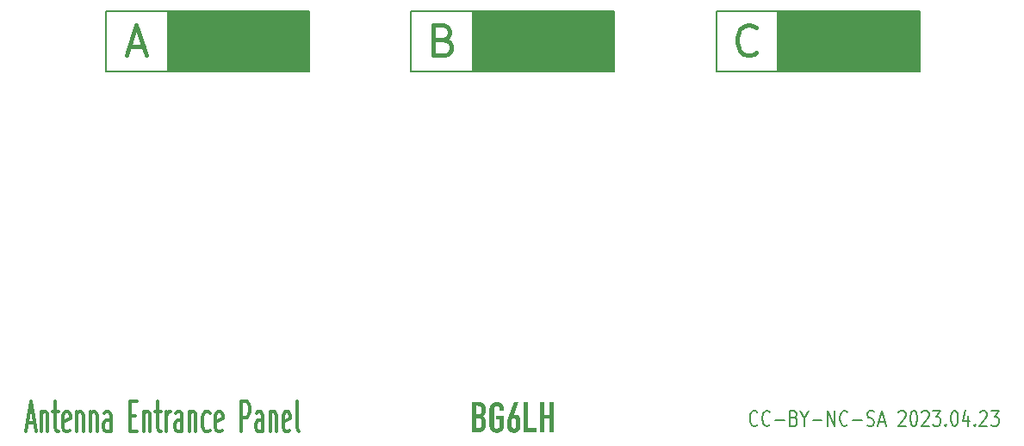
<source format=gbr>
%TF.GenerationSoftware,KiCad,Pcbnew,7.0.1-0*%
%TF.CreationDate,2023-04-27T22:29:58+08:00*%
%TF.ProjectId,antpanel,616e7470-616e-4656-9c2e-6b696361645f,Alpha 1*%
%TF.SameCoordinates,Original*%
%TF.FileFunction,Legend,Top*%
%TF.FilePolarity,Positive*%
%FSLAX46Y46*%
G04 Gerber Fmt 4.6, Leading zero omitted, Abs format (unit mm)*
G04 Created by KiCad (PCBNEW 7.0.1-0) date 2023-04-27 22:29:58*
%MOMM*%
%LPD*%
G01*
G04 APERTURE LIST*
%ADD10C,0.100000*%
%ADD11C,0.150000*%
%ADD12C,0.500000*%
%ADD13C,0.175000*%
%ADD14C,0.400000*%
%ADD15C,0.300000*%
G04 APERTURE END LIST*
D10*
X176000000Y-103000000D02*
X190000000Y-103000000D01*
X190000000Y-109000000D01*
X176000000Y-109000000D01*
X176000000Y-103000000D01*
G36*
X176000000Y-103000000D02*
G01*
X190000000Y-103000000D01*
X190000000Y-109000000D01*
X176000000Y-109000000D01*
X176000000Y-103000000D01*
G37*
D11*
X170000000Y-103000000D02*
X190000000Y-103000000D01*
X190000000Y-109000000D01*
X170000000Y-109000000D01*
X170000000Y-103000000D01*
X140000000Y-103000000D02*
X160000000Y-103000000D01*
X160000000Y-109000000D01*
X140000000Y-109000000D01*
X140000000Y-103000000D01*
D10*
X146000000Y-103000000D02*
X160000000Y-103000000D01*
X160000000Y-109000000D01*
X146000000Y-109000000D01*
X146000000Y-103000000D01*
G36*
X146000000Y-103000000D02*
G01*
X160000000Y-103000000D01*
X160000000Y-109000000D01*
X146000000Y-109000000D01*
X146000000Y-103000000D01*
G37*
D11*
X110000000Y-103000000D02*
X130000000Y-103000000D01*
X130000000Y-109000000D01*
X110000000Y-109000000D01*
X110000000Y-103000000D01*
D10*
X116000000Y-103000000D02*
X130000000Y-103000000D01*
X130000000Y-109000000D01*
X116000000Y-109000000D01*
X116000000Y-103000000D01*
G36*
X116000000Y-103000000D02*
G01*
X130000000Y-103000000D01*
X130000000Y-109000000D01*
X116000000Y-109000000D01*
X116000000Y-103000000D01*
G37*
D12*
G36*
X146638600Y-141444804D02*
G01*
X146687503Y-141447944D01*
X146734420Y-141453101D01*
X146779375Y-141460211D01*
X146822394Y-141469212D01*
X146863505Y-141480041D01*
X146902732Y-141492634D01*
X146940103Y-141506930D01*
X146975642Y-141522864D01*
X147009376Y-141540375D01*
X147041331Y-141559398D01*
X147071533Y-141579872D01*
X147100008Y-141601733D01*
X147126782Y-141624919D01*
X147151881Y-141649365D01*
X147175331Y-141675011D01*
X147197159Y-141701792D01*
X147217389Y-141729645D01*
X147236049Y-141758509D01*
X147253164Y-141788319D01*
X147268760Y-141819013D01*
X147282863Y-141850528D01*
X147295500Y-141882801D01*
X147306696Y-141915769D01*
X147316477Y-141949370D01*
X147324870Y-141983539D01*
X147331900Y-142018215D01*
X147337593Y-142053335D01*
X147341976Y-142088835D01*
X147345075Y-142124652D01*
X147346915Y-142160724D01*
X147347523Y-142196988D01*
X147347523Y-142305432D01*
X147346300Y-142362496D01*
X147342651Y-142415181D01*
X147336607Y-142463779D01*
X147328197Y-142508581D01*
X147317451Y-142549880D01*
X147304400Y-142587968D01*
X147289074Y-142623136D01*
X147271502Y-142655676D01*
X147251715Y-142685881D01*
X147229742Y-142714043D01*
X147205614Y-142740453D01*
X147179361Y-142765403D01*
X147151013Y-142789185D01*
X147120600Y-142812091D01*
X147088152Y-142834414D01*
X147053698Y-142856444D01*
X147090204Y-142875595D01*
X147124176Y-142896827D01*
X147155639Y-142920210D01*
X147184616Y-142945814D01*
X147211134Y-142973711D01*
X147235216Y-143003971D01*
X147256888Y-143036666D01*
X147276173Y-143071866D01*
X147293097Y-143109642D01*
X147307685Y-143150065D01*
X147319960Y-143193205D01*
X147329948Y-143239134D01*
X147337674Y-143287923D01*
X147343162Y-143339641D01*
X147346436Y-143394361D01*
X147347523Y-143452152D01*
X147347523Y-143623611D01*
X147346795Y-143672383D01*
X147344606Y-143719775D01*
X147340943Y-143765776D01*
X147335797Y-143810374D01*
X147329157Y-143853558D01*
X147321011Y-143895317D01*
X147311348Y-143935642D01*
X147300158Y-143974519D01*
X147287431Y-144011939D01*
X147273154Y-144047890D01*
X147257317Y-144082362D01*
X147239910Y-144115343D01*
X147220921Y-144146823D01*
X147200340Y-144176790D01*
X147178156Y-144205233D01*
X147154357Y-144232142D01*
X147128933Y-144257505D01*
X147101874Y-144281312D01*
X147073167Y-144303551D01*
X147042803Y-144324211D01*
X147010771Y-144343282D01*
X146977059Y-144360752D01*
X146941657Y-144376610D01*
X146904554Y-144390846D01*
X146865739Y-144403449D01*
X146825201Y-144414406D01*
X146782929Y-144423708D01*
X146738913Y-144431344D01*
X146693141Y-144437302D01*
X146645603Y-144441571D01*
X146596288Y-144444141D01*
X146545185Y-144445000D01*
X145961933Y-144445000D01*
X145961933Y-143041092D01*
X146389846Y-143041092D01*
X146389846Y-144017086D01*
X146575227Y-144017086D01*
X146606586Y-144016463D01*
X146636126Y-144014610D01*
X146689970Y-144007307D01*
X146737189Y-143995366D01*
X146778215Y-143978973D01*
X146813480Y-143958317D01*
X146843414Y-143933585D01*
X146868449Y-143904966D01*
X146889018Y-143872647D01*
X146905550Y-143836816D01*
X146918478Y-143797661D01*
X146928234Y-143755370D01*
X146935248Y-143710130D01*
X146939953Y-143662130D01*
X146942779Y-143611557D01*
X146944158Y-143558598D01*
X146944522Y-143503443D01*
X146943837Y-143448140D01*
X146941584Y-143396272D01*
X146937465Y-143347858D01*
X146931184Y-143302916D01*
X146922442Y-143261465D01*
X146910944Y-143223522D01*
X146896390Y-143189107D01*
X146878485Y-143158237D01*
X146856930Y-143130930D01*
X146831428Y-143107205D01*
X146801683Y-143087079D01*
X146767396Y-143070572D01*
X146728271Y-143057702D01*
X146684010Y-143048486D01*
X146634315Y-143042943D01*
X146578890Y-143041092D01*
X146389846Y-143041092D01*
X145961933Y-143041092D01*
X145961933Y-141847477D01*
X146389846Y-141847477D01*
X146389846Y-142663004D01*
X146583287Y-142663004D01*
X146634436Y-142661308D01*
X146680854Y-142656240D01*
X146722738Y-142647828D01*
X146760286Y-142636099D01*
X146793696Y-142621081D01*
X146823164Y-142602803D01*
X146848888Y-142581291D01*
X146871066Y-142556575D01*
X146889895Y-142528681D01*
X146905573Y-142497639D01*
X146918297Y-142463475D01*
X146928264Y-142426218D01*
X146935673Y-142385895D01*
X146940721Y-142342535D01*
X146943604Y-142296165D01*
X146944522Y-142246814D01*
X146943367Y-142199101D01*
X146939816Y-142154341D01*
X146933741Y-142112553D01*
X146925013Y-142073753D01*
X146913503Y-142037958D01*
X146899081Y-142005185D01*
X146881620Y-141975452D01*
X146860991Y-141948777D01*
X146837064Y-141925175D01*
X146809711Y-141904664D01*
X146778804Y-141887262D01*
X146744212Y-141872985D01*
X146705808Y-141861851D01*
X146663463Y-141853877D01*
X146617048Y-141849080D01*
X146566434Y-141847477D01*
X146389846Y-141847477D01*
X145961933Y-141847477D01*
X145961933Y-141443743D01*
X146587683Y-141443743D01*
X146638600Y-141444804D01*
G37*
G36*
X147724145Y-143755502D02*
G01*
X147725217Y-143801001D01*
X147728386Y-143845037D01*
X147733579Y-143887611D01*
X147740726Y-143928725D01*
X147749754Y-143968380D01*
X147760592Y-144006576D01*
X147773169Y-144043316D01*
X147787412Y-144078601D01*
X147803249Y-144112431D01*
X147820611Y-144144808D01*
X147839424Y-144175733D01*
X147859617Y-144205207D01*
X147881118Y-144233232D01*
X147903856Y-144259808D01*
X147927760Y-144284937D01*
X147952756Y-144308620D01*
X147978775Y-144330859D01*
X148005744Y-144351654D01*
X148033591Y-144371007D01*
X148062245Y-144388919D01*
X148091634Y-144405390D01*
X148121687Y-144420424D01*
X148152332Y-144434019D01*
X148183497Y-144446179D01*
X148215111Y-144456903D01*
X148247102Y-144466194D01*
X148279398Y-144474052D01*
X148311928Y-144480478D01*
X148344620Y-144485474D01*
X148377402Y-144489042D01*
X148410203Y-144491181D01*
X148442952Y-144491894D01*
X148475633Y-144491181D01*
X148508372Y-144489042D01*
X148541096Y-144485474D01*
X148573734Y-144480478D01*
X148606213Y-144474052D01*
X148638462Y-144466194D01*
X148670409Y-144456903D01*
X148701983Y-144446179D01*
X148733111Y-144434019D01*
X148763722Y-144420424D01*
X148793744Y-144405390D01*
X148823105Y-144388919D01*
X148851733Y-144371007D01*
X148879558Y-144351654D01*
X148906506Y-144330859D01*
X148932506Y-144308620D01*
X148957487Y-144284937D01*
X148981376Y-144259808D01*
X149004102Y-144233232D01*
X149025593Y-144205207D01*
X149045777Y-144175733D01*
X149064582Y-144144808D01*
X149081937Y-144112431D01*
X149097771Y-144078601D01*
X149112010Y-144043316D01*
X149124583Y-144006576D01*
X149135419Y-143968380D01*
X149144446Y-143928725D01*
X149151592Y-143887611D01*
X149156785Y-143845037D01*
X149159954Y-143801001D01*
X149161026Y-143755502D01*
X149161026Y-142803688D01*
X148392393Y-142803688D01*
X148392393Y-143181775D01*
X148732379Y-143181775D01*
X148732379Y-143755502D01*
X148730836Y-143793501D01*
X148726314Y-143828924D01*
X148718981Y-143861788D01*
X148709001Y-143892110D01*
X148696539Y-143919908D01*
X148673555Y-143956909D01*
X148645917Y-143988326D01*
X148614184Y-144014218D01*
X148578913Y-144034643D01*
X148540661Y-144049658D01*
X148499987Y-144059321D01*
X148457449Y-144063691D01*
X148442952Y-144063981D01*
X148399729Y-144061363D01*
X148358219Y-144053471D01*
X148318977Y-144040246D01*
X148282557Y-144021631D01*
X148249513Y-143997568D01*
X148220400Y-143967999D01*
X148195771Y-143932866D01*
X148182117Y-143906323D01*
X148170867Y-143877265D01*
X148162185Y-143845674D01*
X148156234Y-143811533D01*
X148153181Y-143774824D01*
X148152791Y-143755502D01*
X148152791Y-142172076D01*
X148154335Y-142135141D01*
X148158858Y-142100715D01*
X148166194Y-142068778D01*
X148176181Y-142039314D01*
X148188654Y-142012306D01*
X148211665Y-141976362D01*
X148239345Y-141945846D01*
X148271140Y-141920701D01*
X148306496Y-141900869D01*
X148344859Y-141886292D01*
X148385674Y-141876912D01*
X148428388Y-141872671D01*
X148442952Y-141872390D01*
X148485987Y-141874930D01*
X148527345Y-141882591D01*
X148566466Y-141895429D01*
X148602792Y-141913503D01*
X148635767Y-141936870D01*
X148664832Y-141965589D01*
X148689429Y-141999718D01*
X148709001Y-142039314D01*
X148718981Y-142068778D01*
X148726314Y-142100715D01*
X148730836Y-142135141D01*
X148732379Y-142172076D01*
X148732379Y-142321552D01*
X149161026Y-142321552D01*
X149161026Y-142172076D01*
X149159954Y-142127374D01*
X149156785Y-142084080D01*
X149151592Y-142042197D01*
X149144446Y-142001723D01*
X149135419Y-141962661D01*
X149124583Y-141925010D01*
X149112010Y-141888771D01*
X149097771Y-141853945D01*
X149081937Y-141820533D01*
X149064582Y-141788535D01*
X149045777Y-141757952D01*
X149025593Y-141728785D01*
X149004102Y-141701034D01*
X148981376Y-141674699D01*
X148957487Y-141649783D01*
X148932506Y-141626284D01*
X148906506Y-141604205D01*
X148879558Y-141583545D01*
X148851733Y-141564306D01*
X148823105Y-141546487D01*
X148793744Y-141530090D01*
X148763722Y-141515116D01*
X148733111Y-141501564D01*
X148701983Y-141489436D01*
X148670409Y-141478732D01*
X148638462Y-141469453D01*
X148606213Y-141461600D01*
X148573734Y-141455174D01*
X148541096Y-141450174D01*
X148508372Y-141446602D01*
X148475633Y-141444458D01*
X148442952Y-141443743D01*
X148410203Y-141444458D01*
X148377402Y-141446602D01*
X148344620Y-141450174D01*
X148311928Y-141455174D01*
X148279398Y-141461600D01*
X148247102Y-141469453D01*
X148215111Y-141478732D01*
X148183497Y-141489436D01*
X148152332Y-141501564D01*
X148121687Y-141515116D01*
X148091634Y-141530090D01*
X148062245Y-141546487D01*
X148033591Y-141564306D01*
X148005744Y-141583545D01*
X147978775Y-141604205D01*
X147952756Y-141626284D01*
X147927760Y-141649783D01*
X147903856Y-141674699D01*
X147881118Y-141701034D01*
X147859617Y-141728785D01*
X147839424Y-141757952D01*
X147820611Y-141788535D01*
X147803249Y-141820533D01*
X147787412Y-141853945D01*
X147773169Y-141888771D01*
X147760592Y-141925010D01*
X147749754Y-141962661D01*
X147740726Y-142001723D01*
X147733579Y-142042197D01*
X147728386Y-142084080D01*
X147725217Y-142127374D01*
X147724145Y-142172076D01*
X147724145Y-143755502D01*
G37*
G36*
X150112840Y-142737009D02*
G01*
X150120900Y-142745069D01*
X150140846Y-142734002D01*
X150172006Y-142722763D01*
X150205709Y-142715160D01*
X150238881Y-142710654D01*
X150268833Y-142708464D01*
X150301884Y-142707700D01*
X150330026Y-142708665D01*
X150371519Y-142713597D01*
X150411908Y-142722458D01*
X150450925Y-142734960D01*
X150488302Y-142750818D01*
X150523772Y-142769745D01*
X150557065Y-142791456D01*
X150587915Y-142815664D01*
X150616052Y-142842082D01*
X150641210Y-142870426D01*
X150663119Y-142900408D01*
X150670024Y-142911440D01*
X150688755Y-142944772D01*
X150704669Y-142979920D01*
X150717975Y-143018768D01*
X150725497Y-143047652D01*
X150732013Y-143079576D01*
X150737583Y-143115097D01*
X150742268Y-143154775D01*
X150746131Y-143199166D01*
X150749231Y-143248830D01*
X150751630Y-143304324D01*
X150752586Y-143334432D01*
X150753390Y-143366207D01*
X150754049Y-143399718D01*
X150754571Y-143435036D01*
X150754964Y-143472230D01*
X150755235Y-143511370D01*
X150755392Y-143552526D01*
X150755443Y-143595767D01*
X150755392Y-143631295D01*
X150755234Y-143665105D01*
X150754961Y-143697263D01*
X150754563Y-143727834D01*
X150753361Y-143784474D01*
X150751562Y-143835541D01*
X150749097Y-143881555D01*
X150745899Y-143923035D01*
X150741900Y-143960498D01*
X150737033Y-143994463D01*
X150731230Y-144025449D01*
X150724424Y-144053973D01*
X150712184Y-144093279D01*
X150697306Y-144129963D01*
X150679562Y-144165776D01*
X150658723Y-144202466D01*
X150637234Y-144236146D01*
X150613757Y-144267917D01*
X150588366Y-144297743D01*
X150561133Y-144325588D01*
X150532130Y-144351415D01*
X150501432Y-144375187D01*
X150469111Y-144396869D01*
X150435241Y-144416423D01*
X150399893Y-144433814D01*
X150363141Y-144449004D01*
X150325059Y-144461957D01*
X150285718Y-144472637D01*
X150245193Y-144481007D01*
X150203555Y-144487031D01*
X150160879Y-144490672D01*
X150117236Y-144491894D01*
X150074287Y-144490624D01*
X150032307Y-144486851D01*
X149991355Y-144480631D01*
X149951491Y-144472019D01*
X149912773Y-144461072D01*
X149875260Y-144447845D01*
X149839012Y-144432394D01*
X149804087Y-144414774D01*
X149770544Y-144395043D01*
X149738443Y-144373255D01*
X149707842Y-144349466D01*
X149678801Y-144323733D01*
X149651379Y-144296110D01*
X149625634Y-144266655D01*
X149601626Y-144235421D01*
X149579414Y-144202466D01*
X149557450Y-144165776D01*
X149538792Y-144129963D01*
X149523188Y-144093279D01*
X149510390Y-144053973D01*
X149503292Y-144025449D01*
X149497256Y-143994463D01*
X149492208Y-143960498D01*
X149488073Y-143923035D01*
X149484777Y-143881555D01*
X149483084Y-143850757D01*
X149906943Y-143850757D01*
X149908106Y-143874524D01*
X149913994Y-143908027D01*
X149924449Y-143938787D01*
X149939008Y-143966621D01*
X149957214Y-143991342D01*
X149978604Y-144012768D01*
X150002720Y-144030712D01*
X150029102Y-144044990D01*
X150057288Y-144055417D01*
X150086820Y-144061809D01*
X150117236Y-144063981D01*
X150137582Y-144063011D01*
X150167420Y-144058005D01*
X150196039Y-144048902D01*
X150222987Y-144035887D01*
X150247812Y-144019145D01*
X150270059Y-143998859D01*
X150289277Y-143975216D01*
X150305013Y-143948399D01*
X150316813Y-143918594D01*
X150324225Y-143885985D01*
X150326797Y-143850757D01*
X150326797Y-143299012D01*
X150325643Y-143275236D01*
X150319794Y-143241694D01*
X150309406Y-143210867D01*
X150294932Y-143182948D01*
X150276824Y-143158128D01*
X150255536Y-143136600D01*
X150231521Y-143118556D01*
X150205230Y-143104188D01*
X150177117Y-143093687D01*
X150147635Y-143087245D01*
X150117236Y-143085055D01*
X150096883Y-143086033D01*
X150067005Y-143091079D01*
X150038319Y-143100248D01*
X150011285Y-143113349D01*
X149986363Y-143130189D01*
X149964013Y-143150577D01*
X149944695Y-143174321D01*
X149928868Y-143201228D01*
X149916995Y-143231107D01*
X149909533Y-143263766D01*
X149906943Y-143299012D01*
X149906943Y-143850757D01*
X149483084Y-143850757D01*
X149482247Y-143835541D01*
X149480408Y-143784474D01*
X149479186Y-143727834D01*
X149478783Y-143697263D01*
X149478507Y-143665105D01*
X149478348Y-143631295D01*
X149478297Y-143595767D01*
X149478360Y-143562103D01*
X149478550Y-143530035D01*
X149478871Y-143499497D01*
X149479915Y-143442749D01*
X149481516Y-143391336D01*
X149483698Y-143344731D01*
X149486485Y-143302411D01*
X149489899Y-143263850D01*
X149493964Y-143228523D01*
X149498705Y-143195906D01*
X149504145Y-143165474D01*
X149513666Y-143122775D01*
X149524892Y-143082038D01*
X149537903Y-143041494D01*
X149547608Y-143013696D01*
X149558165Y-142984672D01*
X150120900Y-141443743D01*
X150600105Y-141443743D01*
X150112840Y-142737009D01*
G37*
G36*
X151099825Y-144445000D02*
G01*
X152376239Y-144445000D01*
X152376239Y-144017086D01*
X151527739Y-144017086D01*
X151527739Y-141443743D01*
X151099825Y-141443743D01*
X151099825Y-144445000D01*
G37*
G36*
X152653210Y-144445000D02*
G01*
X153081123Y-144445000D01*
X153081123Y-143087986D01*
X153610886Y-143087986D01*
X153610886Y-144445000D01*
X154038800Y-144445000D01*
X154038800Y-141443743D01*
X153610886Y-141443743D01*
X153610886Y-142709898D01*
X153081123Y-142709898D01*
X153081123Y-141443743D01*
X152653210Y-141443743D01*
X152653210Y-144445000D01*
G37*
D13*
X174057144Y-143673571D02*
X174000001Y-143745000D01*
X174000001Y-143745000D02*
X173828573Y-143816428D01*
X173828573Y-143816428D02*
X173714287Y-143816428D01*
X173714287Y-143816428D02*
X173542858Y-143745000D01*
X173542858Y-143745000D02*
X173428573Y-143602142D01*
X173428573Y-143602142D02*
X173371430Y-143459285D01*
X173371430Y-143459285D02*
X173314287Y-143173571D01*
X173314287Y-143173571D02*
X173314287Y-142959285D01*
X173314287Y-142959285D02*
X173371430Y-142673571D01*
X173371430Y-142673571D02*
X173428573Y-142530714D01*
X173428573Y-142530714D02*
X173542858Y-142387857D01*
X173542858Y-142387857D02*
X173714287Y-142316428D01*
X173714287Y-142316428D02*
X173828573Y-142316428D01*
X173828573Y-142316428D02*
X174000001Y-142387857D01*
X174000001Y-142387857D02*
X174057144Y-142459285D01*
X175257144Y-143673571D02*
X175200001Y-143745000D01*
X175200001Y-143745000D02*
X175028573Y-143816428D01*
X175028573Y-143816428D02*
X174914287Y-143816428D01*
X174914287Y-143816428D02*
X174742858Y-143745000D01*
X174742858Y-143745000D02*
X174628573Y-143602142D01*
X174628573Y-143602142D02*
X174571430Y-143459285D01*
X174571430Y-143459285D02*
X174514287Y-143173571D01*
X174514287Y-143173571D02*
X174514287Y-142959285D01*
X174514287Y-142959285D02*
X174571430Y-142673571D01*
X174571430Y-142673571D02*
X174628573Y-142530714D01*
X174628573Y-142530714D02*
X174742858Y-142387857D01*
X174742858Y-142387857D02*
X174914287Y-142316428D01*
X174914287Y-142316428D02*
X175028573Y-142316428D01*
X175028573Y-142316428D02*
X175200001Y-142387857D01*
X175200001Y-142387857D02*
X175257144Y-142459285D01*
X175771430Y-143245000D02*
X176685716Y-143245000D01*
X177657144Y-143030714D02*
X177828572Y-143102142D01*
X177828572Y-143102142D02*
X177885715Y-143173571D01*
X177885715Y-143173571D02*
X177942858Y-143316428D01*
X177942858Y-143316428D02*
X177942858Y-143530714D01*
X177942858Y-143530714D02*
X177885715Y-143673571D01*
X177885715Y-143673571D02*
X177828572Y-143745000D01*
X177828572Y-143745000D02*
X177714287Y-143816428D01*
X177714287Y-143816428D02*
X177257144Y-143816428D01*
X177257144Y-143816428D02*
X177257144Y-142316428D01*
X177257144Y-142316428D02*
X177657144Y-142316428D01*
X177657144Y-142316428D02*
X177771430Y-142387857D01*
X177771430Y-142387857D02*
X177828572Y-142459285D01*
X177828572Y-142459285D02*
X177885715Y-142602142D01*
X177885715Y-142602142D02*
X177885715Y-142745000D01*
X177885715Y-142745000D02*
X177828572Y-142887857D01*
X177828572Y-142887857D02*
X177771430Y-142959285D01*
X177771430Y-142959285D02*
X177657144Y-143030714D01*
X177657144Y-143030714D02*
X177257144Y-143030714D01*
X178685715Y-143102142D02*
X178685715Y-143816428D01*
X178285715Y-142316428D02*
X178685715Y-143102142D01*
X178685715Y-143102142D02*
X179085715Y-142316428D01*
X179485715Y-143245000D02*
X180400001Y-143245000D01*
X180971429Y-143816428D02*
X180971429Y-142316428D01*
X180971429Y-142316428D02*
X181657143Y-143816428D01*
X181657143Y-143816428D02*
X181657143Y-142316428D01*
X182914286Y-143673571D02*
X182857143Y-143745000D01*
X182857143Y-143745000D02*
X182685715Y-143816428D01*
X182685715Y-143816428D02*
X182571429Y-143816428D01*
X182571429Y-143816428D02*
X182400000Y-143745000D01*
X182400000Y-143745000D02*
X182285715Y-143602142D01*
X182285715Y-143602142D02*
X182228572Y-143459285D01*
X182228572Y-143459285D02*
X182171429Y-143173571D01*
X182171429Y-143173571D02*
X182171429Y-142959285D01*
X182171429Y-142959285D02*
X182228572Y-142673571D01*
X182228572Y-142673571D02*
X182285715Y-142530714D01*
X182285715Y-142530714D02*
X182400000Y-142387857D01*
X182400000Y-142387857D02*
X182571429Y-142316428D01*
X182571429Y-142316428D02*
X182685715Y-142316428D01*
X182685715Y-142316428D02*
X182857143Y-142387857D01*
X182857143Y-142387857D02*
X182914286Y-142459285D01*
X183428572Y-143245000D02*
X184342858Y-143245000D01*
X184857143Y-143745000D02*
X185028572Y-143816428D01*
X185028572Y-143816428D02*
X185314286Y-143816428D01*
X185314286Y-143816428D02*
X185428572Y-143745000D01*
X185428572Y-143745000D02*
X185485714Y-143673571D01*
X185485714Y-143673571D02*
X185542857Y-143530714D01*
X185542857Y-143530714D02*
X185542857Y-143387857D01*
X185542857Y-143387857D02*
X185485714Y-143245000D01*
X185485714Y-143245000D02*
X185428572Y-143173571D01*
X185428572Y-143173571D02*
X185314286Y-143102142D01*
X185314286Y-143102142D02*
X185085714Y-143030714D01*
X185085714Y-143030714D02*
X184971429Y-142959285D01*
X184971429Y-142959285D02*
X184914286Y-142887857D01*
X184914286Y-142887857D02*
X184857143Y-142745000D01*
X184857143Y-142745000D02*
X184857143Y-142602142D01*
X184857143Y-142602142D02*
X184914286Y-142459285D01*
X184914286Y-142459285D02*
X184971429Y-142387857D01*
X184971429Y-142387857D02*
X185085714Y-142316428D01*
X185085714Y-142316428D02*
X185371429Y-142316428D01*
X185371429Y-142316428D02*
X185542857Y-142387857D01*
X186000000Y-143387857D02*
X186571429Y-143387857D01*
X185885714Y-143816428D02*
X186285714Y-142316428D01*
X186285714Y-142316428D02*
X186685714Y-143816428D01*
X187942857Y-142459285D02*
X188000000Y-142387857D01*
X188000000Y-142387857D02*
X188114286Y-142316428D01*
X188114286Y-142316428D02*
X188400000Y-142316428D01*
X188400000Y-142316428D02*
X188514286Y-142387857D01*
X188514286Y-142387857D02*
X188571428Y-142459285D01*
X188571428Y-142459285D02*
X188628571Y-142602142D01*
X188628571Y-142602142D02*
X188628571Y-142745000D01*
X188628571Y-142745000D02*
X188571428Y-142959285D01*
X188571428Y-142959285D02*
X187885714Y-143816428D01*
X187885714Y-143816428D02*
X188628571Y-143816428D01*
X189371428Y-142316428D02*
X189485714Y-142316428D01*
X189485714Y-142316428D02*
X189600000Y-142387857D01*
X189600000Y-142387857D02*
X189657143Y-142459285D01*
X189657143Y-142459285D02*
X189714285Y-142602142D01*
X189714285Y-142602142D02*
X189771428Y-142887857D01*
X189771428Y-142887857D02*
X189771428Y-143245000D01*
X189771428Y-143245000D02*
X189714285Y-143530714D01*
X189714285Y-143530714D02*
X189657143Y-143673571D01*
X189657143Y-143673571D02*
X189600000Y-143745000D01*
X189600000Y-143745000D02*
X189485714Y-143816428D01*
X189485714Y-143816428D02*
X189371428Y-143816428D01*
X189371428Y-143816428D02*
X189257143Y-143745000D01*
X189257143Y-143745000D02*
X189200000Y-143673571D01*
X189200000Y-143673571D02*
X189142857Y-143530714D01*
X189142857Y-143530714D02*
X189085714Y-143245000D01*
X189085714Y-143245000D02*
X189085714Y-142887857D01*
X189085714Y-142887857D02*
X189142857Y-142602142D01*
X189142857Y-142602142D02*
X189200000Y-142459285D01*
X189200000Y-142459285D02*
X189257143Y-142387857D01*
X189257143Y-142387857D02*
X189371428Y-142316428D01*
X190228571Y-142459285D02*
X190285714Y-142387857D01*
X190285714Y-142387857D02*
X190400000Y-142316428D01*
X190400000Y-142316428D02*
X190685714Y-142316428D01*
X190685714Y-142316428D02*
X190800000Y-142387857D01*
X190800000Y-142387857D02*
X190857142Y-142459285D01*
X190857142Y-142459285D02*
X190914285Y-142602142D01*
X190914285Y-142602142D02*
X190914285Y-142745000D01*
X190914285Y-142745000D02*
X190857142Y-142959285D01*
X190857142Y-142959285D02*
X190171428Y-143816428D01*
X190171428Y-143816428D02*
X190914285Y-143816428D01*
X191314285Y-142316428D02*
X192057142Y-142316428D01*
X192057142Y-142316428D02*
X191657142Y-142887857D01*
X191657142Y-142887857D02*
X191828571Y-142887857D01*
X191828571Y-142887857D02*
X191942857Y-142959285D01*
X191942857Y-142959285D02*
X191999999Y-143030714D01*
X191999999Y-143030714D02*
X192057142Y-143173571D01*
X192057142Y-143173571D02*
X192057142Y-143530714D01*
X192057142Y-143530714D02*
X191999999Y-143673571D01*
X191999999Y-143673571D02*
X191942857Y-143745000D01*
X191942857Y-143745000D02*
X191828571Y-143816428D01*
X191828571Y-143816428D02*
X191485714Y-143816428D01*
X191485714Y-143816428D02*
X191371428Y-143745000D01*
X191371428Y-143745000D02*
X191314285Y-143673571D01*
X192571428Y-143673571D02*
X192628571Y-143745000D01*
X192628571Y-143745000D02*
X192571428Y-143816428D01*
X192571428Y-143816428D02*
X192514285Y-143745000D01*
X192514285Y-143745000D02*
X192571428Y-143673571D01*
X192571428Y-143673571D02*
X192571428Y-143816428D01*
X193371428Y-142316428D02*
X193485714Y-142316428D01*
X193485714Y-142316428D02*
X193600000Y-142387857D01*
X193600000Y-142387857D02*
X193657143Y-142459285D01*
X193657143Y-142459285D02*
X193714285Y-142602142D01*
X193714285Y-142602142D02*
X193771428Y-142887857D01*
X193771428Y-142887857D02*
X193771428Y-143245000D01*
X193771428Y-143245000D02*
X193714285Y-143530714D01*
X193714285Y-143530714D02*
X193657143Y-143673571D01*
X193657143Y-143673571D02*
X193600000Y-143745000D01*
X193600000Y-143745000D02*
X193485714Y-143816428D01*
X193485714Y-143816428D02*
X193371428Y-143816428D01*
X193371428Y-143816428D02*
X193257143Y-143745000D01*
X193257143Y-143745000D02*
X193200000Y-143673571D01*
X193200000Y-143673571D02*
X193142857Y-143530714D01*
X193142857Y-143530714D02*
X193085714Y-143245000D01*
X193085714Y-143245000D02*
X193085714Y-142887857D01*
X193085714Y-142887857D02*
X193142857Y-142602142D01*
X193142857Y-142602142D02*
X193200000Y-142459285D01*
X193200000Y-142459285D02*
X193257143Y-142387857D01*
X193257143Y-142387857D02*
X193371428Y-142316428D01*
X194800000Y-142816428D02*
X194800000Y-143816428D01*
X194514285Y-142245000D02*
X194228571Y-143316428D01*
X194228571Y-143316428D02*
X194971428Y-143316428D01*
X195428571Y-143673571D02*
X195485714Y-143745000D01*
X195485714Y-143745000D02*
X195428571Y-143816428D01*
X195428571Y-143816428D02*
X195371428Y-143745000D01*
X195371428Y-143745000D02*
X195428571Y-143673571D01*
X195428571Y-143673571D02*
X195428571Y-143816428D01*
X195942857Y-142459285D02*
X196000000Y-142387857D01*
X196000000Y-142387857D02*
X196114286Y-142316428D01*
X196114286Y-142316428D02*
X196400000Y-142316428D01*
X196400000Y-142316428D02*
X196514286Y-142387857D01*
X196514286Y-142387857D02*
X196571428Y-142459285D01*
X196571428Y-142459285D02*
X196628571Y-142602142D01*
X196628571Y-142602142D02*
X196628571Y-142745000D01*
X196628571Y-142745000D02*
X196571428Y-142959285D01*
X196571428Y-142959285D02*
X195885714Y-143816428D01*
X195885714Y-143816428D02*
X196628571Y-143816428D01*
X197028571Y-142316428D02*
X197771428Y-142316428D01*
X197771428Y-142316428D02*
X197371428Y-142887857D01*
X197371428Y-142887857D02*
X197542857Y-142887857D01*
X197542857Y-142887857D02*
X197657143Y-142959285D01*
X197657143Y-142959285D02*
X197714285Y-143030714D01*
X197714285Y-143030714D02*
X197771428Y-143173571D01*
X197771428Y-143173571D02*
X197771428Y-143530714D01*
X197771428Y-143530714D02*
X197714285Y-143673571D01*
X197714285Y-143673571D02*
X197657143Y-143745000D01*
X197657143Y-143745000D02*
X197542857Y-143816428D01*
X197542857Y-143816428D02*
X197200000Y-143816428D01*
X197200000Y-143816428D02*
X197085714Y-143745000D01*
X197085714Y-143745000D02*
X197028571Y-143673571D01*
D14*
X112285714Y-106530714D02*
X113714286Y-106530714D01*
X112000000Y-107387857D02*
X113000000Y-104387857D01*
X113000000Y-104387857D02*
X114000000Y-107387857D01*
X143214285Y-105816428D02*
X143642857Y-105959285D01*
X143642857Y-105959285D02*
X143785714Y-106102142D01*
X143785714Y-106102142D02*
X143928571Y-106387857D01*
X143928571Y-106387857D02*
X143928571Y-106816428D01*
X143928571Y-106816428D02*
X143785714Y-107102142D01*
X143785714Y-107102142D02*
X143642857Y-107245000D01*
X143642857Y-107245000D02*
X143357142Y-107387857D01*
X143357142Y-107387857D02*
X142214285Y-107387857D01*
X142214285Y-107387857D02*
X142214285Y-104387857D01*
X142214285Y-104387857D02*
X143214285Y-104387857D01*
X143214285Y-104387857D02*
X143500000Y-104530714D01*
X143500000Y-104530714D02*
X143642857Y-104673571D01*
X143642857Y-104673571D02*
X143785714Y-104959285D01*
X143785714Y-104959285D02*
X143785714Y-105245000D01*
X143785714Y-105245000D02*
X143642857Y-105530714D01*
X143642857Y-105530714D02*
X143500000Y-105673571D01*
X143500000Y-105673571D02*
X143214285Y-105816428D01*
X143214285Y-105816428D02*
X142214285Y-105816428D01*
D15*
X102285714Y-143530714D02*
X103000000Y-143530714D01*
X102142857Y-144387857D02*
X102642857Y-141387857D01*
X102642857Y-141387857D02*
X103142857Y-144387857D01*
X103642856Y-142387857D02*
X103642856Y-144387857D01*
X103642856Y-142673571D02*
X103714285Y-142530714D01*
X103714285Y-142530714D02*
X103857142Y-142387857D01*
X103857142Y-142387857D02*
X104071428Y-142387857D01*
X104071428Y-142387857D02*
X104214285Y-142530714D01*
X104214285Y-142530714D02*
X104285714Y-142816428D01*
X104285714Y-142816428D02*
X104285714Y-144387857D01*
X104785714Y-142387857D02*
X105357142Y-142387857D01*
X104999999Y-141387857D02*
X104999999Y-143959285D01*
X104999999Y-143959285D02*
X105071428Y-144245000D01*
X105071428Y-144245000D02*
X105214285Y-144387857D01*
X105214285Y-144387857D02*
X105357142Y-144387857D01*
X106428571Y-144245000D02*
X106285714Y-144387857D01*
X106285714Y-144387857D02*
X106000000Y-144387857D01*
X106000000Y-144387857D02*
X105857142Y-144245000D01*
X105857142Y-144245000D02*
X105785714Y-143959285D01*
X105785714Y-143959285D02*
X105785714Y-142816428D01*
X105785714Y-142816428D02*
X105857142Y-142530714D01*
X105857142Y-142530714D02*
X106000000Y-142387857D01*
X106000000Y-142387857D02*
X106285714Y-142387857D01*
X106285714Y-142387857D02*
X106428571Y-142530714D01*
X106428571Y-142530714D02*
X106500000Y-142816428D01*
X106500000Y-142816428D02*
X106500000Y-143102142D01*
X106500000Y-143102142D02*
X105785714Y-143387857D01*
X107142856Y-142387857D02*
X107142856Y-144387857D01*
X107142856Y-142673571D02*
X107214285Y-142530714D01*
X107214285Y-142530714D02*
X107357142Y-142387857D01*
X107357142Y-142387857D02*
X107571428Y-142387857D01*
X107571428Y-142387857D02*
X107714285Y-142530714D01*
X107714285Y-142530714D02*
X107785714Y-142816428D01*
X107785714Y-142816428D02*
X107785714Y-144387857D01*
X108499999Y-142387857D02*
X108499999Y-144387857D01*
X108499999Y-142673571D02*
X108571428Y-142530714D01*
X108571428Y-142530714D02*
X108714285Y-142387857D01*
X108714285Y-142387857D02*
X108928571Y-142387857D01*
X108928571Y-142387857D02*
X109071428Y-142530714D01*
X109071428Y-142530714D02*
X109142857Y-142816428D01*
X109142857Y-142816428D02*
X109142857Y-144387857D01*
X110500000Y-144387857D02*
X110500000Y-142816428D01*
X110500000Y-142816428D02*
X110428571Y-142530714D01*
X110428571Y-142530714D02*
X110285714Y-142387857D01*
X110285714Y-142387857D02*
X110000000Y-142387857D01*
X110000000Y-142387857D02*
X109857142Y-142530714D01*
X110500000Y-144245000D02*
X110357142Y-144387857D01*
X110357142Y-144387857D02*
X110000000Y-144387857D01*
X110000000Y-144387857D02*
X109857142Y-144245000D01*
X109857142Y-144245000D02*
X109785714Y-143959285D01*
X109785714Y-143959285D02*
X109785714Y-143673571D01*
X109785714Y-143673571D02*
X109857142Y-143387857D01*
X109857142Y-143387857D02*
X110000000Y-143245000D01*
X110000000Y-143245000D02*
X110357142Y-143245000D01*
X110357142Y-143245000D02*
X110500000Y-143102142D01*
X112357142Y-142816428D02*
X112857142Y-142816428D01*
X113071428Y-144387857D02*
X112357142Y-144387857D01*
X112357142Y-144387857D02*
X112357142Y-141387857D01*
X112357142Y-141387857D02*
X113071428Y-141387857D01*
X113714285Y-142387857D02*
X113714285Y-144387857D01*
X113714285Y-142673571D02*
X113785714Y-142530714D01*
X113785714Y-142530714D02*
X113928571Y-142387857D01*
X113928571Y-142387857D02*
X114142857Y-142387857D01*
X114142857Y-142387857D02*
X114285714Y-142530714D01*
X114285714Y-142530714D02*
X114357143Y-142816428D01*
X114357143Y-142816428D02*
X114357143Y-144387857D01*
X114857143Y-142387857D02*
X115428571Y-142387857D01*
X115071428Y-141387857D02*
X115071428Y-143959285D01*
X115071428Y-143959285D02*
X115142857Y-144245000D01*
X115142857Y-144245000D02*
X115285714Y-144387857D01*
X115285714Y-144387857D02*
X115428571Y-144387857D01*
X115928571Y-144387857D02*
X115928571Y-142387857D01*
X115928571Y-142959285D02*
X116000000Y-142673571D01*
X116000000Y-142673571D02*
X116071429Y-142530714D01*
X116071429Y-142530714D02*
X116214286Y-142387857D01*
X116214286Y-142387857D02*
X116357143Y-142387857D01*
X117500000Y-144387857D02*
X117500000Y-142816428D01*
X117500000Y-142816428D02*
X117428571Y-142530714D01*
X117428571Y-142530714D02*
X117285714Y-142387857D01*
X117285714Y-142387857D02*
X117000000Y-142387857D01*
X117000000Y-142387857D02*
X116857142Y-142530714D01*
X117500000Y-144245000D02*
X117357142Y-144387857D01*
X117357142Y-144387857D02*
X117000000Y-144387857D01*
X117000000Y-144387857D02*
X116857142Y-144245000D01*
X116857142Y-144245000D02*
X116785714Y-143959285D01*
X116785714Y-143959285D02*
X116785714Y-143673571D01*
X116785714Y-143673571D02*
X116857142Y-143387857D01*
X116857142Y-143387857D02*
X117000000Y-143245000D01*
X117000000Y-143245000D02*
X117357142Y-143245000D01*
X117357142Y-143245000D02*
X117500000Y-143102142D01*
X118214285Y-142387857D02*
X118214285Y-144387857D01*
X118214285Y-142673571D02*
X118285714Y-142530714D01*
X118285714Y-142530714D02*
X118428571Y-142387857D01*
X118428571Y-142387857D02*
X118642857Y-142387857D01*
X118642857Y-142387857D02*
X118785714Y-142530714D01*
X118785714Y-142530714D02*
X118857143Y-142816428D01*
X118857143Y-142816428D02*
X118857143Y-144387857D01*
X120214286Y-144245000D02*
X120071428Y-144387857D01*
X120071428Y-144387857D02*
X119785714Y-144387857D01*
X119785714Y-144387857D02*
X119642857Y-144245000D01*
X119642857Y-144245000D02*
X119571428Y-144102142D01*
X119571428Y-144102142D02*
X119500000Y-143816428D01*
X119500000Y-143816428D02*
X119500000Y-142959285D01*
X119500000Y-142959285D02*
X119571428Y-142673571D01*
X119571428Y-142673571D02*
X119642857Y-142530714D01*
X119642857Y-142530714D02*
X119785714Y-142387857D01*
X119785714Y-142387857D02*
X120071428Y-142387857D01*
X120071428Y-142387857D02*
X120214286Y-142530714D01*
X121428571Y-144245000D02*
X121285714Y-144387857D01*
X121285714Y-144387857D02*
X121000000Y-144387857D01*
X121000000Y-144387857D02*
X120857142Y-144245000D01*
X120857142Y-144245000D02*
X120785714Y-143959285D01*
X120785714Y-143959285D02*
X120785714Y-142816428D01*
X120785714Y-142816428D02*
X120857142Y-142530714D01*
X120857142Y-142530714D02*
X121000000Y-142387857D01*
X121000000Y-142387857D02*
X121285714Y-142387857D01*
X121285714Y-142387857D02*
X121428571Y-142530714D01*
X121428571Y-142530714D02*
X121500000Y-142816428D01*
X121500000Y-142816428D02*
X121500000Y-143102142D01*
X121500000Y-143102142D02*
X120785714Y-143387857D01*
X123285713Y-144387857D02*
X123285713Y-141387857D01*
X123285713Y-141387857D02*
X123857142Y-141387857D01*
X123857142Y-141387857D02*
X123999999Y-141530714D01*
X123999999Y-141530714D02*
X124071428Y-141673571D01*
X124071428Y-141673571D02*
X124142856Y-141959285D01*
X124142856Y-141959285D02*
X124142856Y-142387857D01*
X124142856Y-142387857D02*
X124071428Y-142673571D01*
X124071428Y-142673571D02*
X123999999Y-142816428D01*
X123999999Y-142816428D02*
X123857142Y-142959285D01*
X123857142Y-142959285D02*
X123285713Y-142959285D01*
X125428571Y-144387857D02*
X125428571Y-142816428D01*
X125428571Y-142816428D02*
X125357142Y-142530714D01*
X125357142Y-142530714D02*
X125214285Y-142387857D01*
X125214285Y-142387857D02*
X124928571Y-142387857D01*
X124928571Y-142387857D02*
X124785713Y-142530714D01*
X125428571Y-144245000D02*
X125285713Y-144387857D01*
X125285713Y-144387857D02*
X124928571Y-144387857D01*
X124928571Y-144387857D02*
X124785713Y-144245000D01*
X124785713Y-144245000D02*
X124714285Y-143959285D01*
X124714285Y-143959285D02*
X124714285Y-143673571D01*
X124714285Y-143673571D02*
X124785713Y-143387857D01*
X124785713Y-143387857D02*
X124928571Y-143245000D01*
X124928571Y-143245000D02*
X125285713Y-143245000D01*
X125285713Y-143245000D02*
X125428571Y-143102142D01*
X126142856Y-142387857D02*
X126142856Y-144387857D01*
X126142856Y-142673571D02*
X126214285Y-142530714D01*
X126214285Y-142530714D02*
X126357142Y-142387857D01*
X126357142Y-142387857D02*
X126571428Y-142387857D01*
X126571428Y-142387857D02*
X126714285Y-142530714D01*
X126714285Y-142530714D02*
X126785714Y-142816428D01*
X126785714Y-142816428D02*
X126785714Y-144387857D01*
X128071428Y-144245000D02*
X127928571Y-144387857D01*
X127928571Y-144387857D02*
X127642857Y-144387857D01*
X127642857Y-144387857D02*
X127499999Y-144245000D01*
X127499999Y-144245000D02*
X127428571Y-143959285D01*
X127428571Y-143959285D02*
X127428571Y-142816428D01*
X127428571Y-142816428D02*
X127499999Y-142530714D01*
X127499999Y-142530714D02*
X127642857Y-142387857D01*
X127642857Y-142387857D02*
X127928571Y-142387857D01*
X127928571Y-142387857D02*
X128071428Y-142530714D01*
X128071428Y-142530714D02*
X128142857Y-142816428D01*
X128142857Y-142816428D02*
X128142857Y-143102142D01*
X128142857Y-143102142D02*
X127428571Y-143387857D01*
X128999999Y-144387857D02*
X128857142Y-144245000D01*
X128857142Y-144245000D02*
X128785713Y-143959285D01*
X128785713Y-143959285D02*
X128785713Y-141387857D01*
D14*
X173928571Y-107102142D02*
X173785714Y-107245000D01*
X173785714Y-107245000D02*
X173357142Y-107387857D01*
X173357142Y-107387857D02*
X173071428Y-107387857D01*
X173071428Y-107387857D02*
X172642857Y-107245000D01*
X172642857Y-107245000D02*
X172357142Y-106959285D01*
X172357142Y-106959285D02*
X172214285Y-106673571D01*
X172214285Y-106673571D02*
X172071428Y-106102142D01*
X172071428Y-106102142D02*
X172071428Y-105673571D01*
X172071428Y-105673571D02*
X172214285Y-105102142D01*
X172214285Y-105102142D02*
X172357142Y-104816428D01*
X172357142Y-104816428D02*
X172642857Y-104530714D01*
X172642857Y-104530714D02*
X173071428Y-104387857D01*
X173071428Y-104387857D02*
X173357142Y-104387857D01*
X173357142Y-104387857D02*
X173785714Y-104530714D01*
X173785714Y-104530714D02*
X173928571Y-104673571D01*
M02*

</source>
